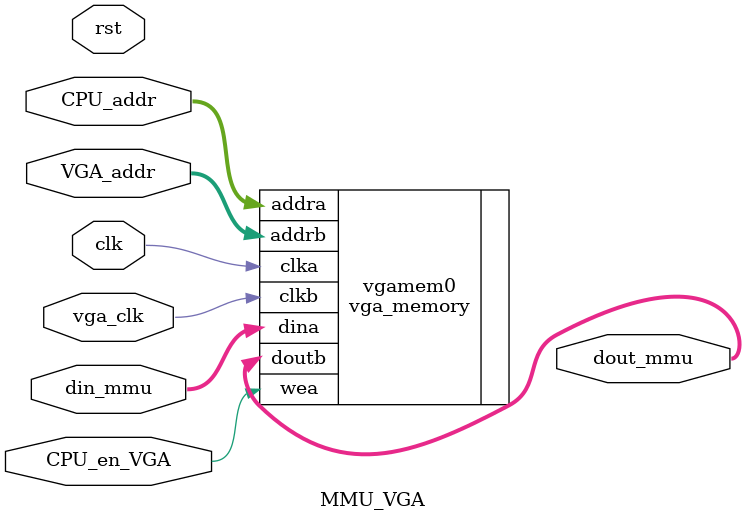
<source format=v>
`default_nettype none 
`timescale 1ns/ 10ps

module MMU_VGA(clk, rst, vga_clk, din_mmu, dout_mmu, CPU_en_VGA, CPU_addr, 
				VGA_addr);

		input wire clk, rst, vga_clk, CPU_en_VGA;

		input wire [10:0] CPU_addr, VGA_addr;
		input wire [23:0] din_mmu;

		output wire [23:0] dout_mmu;

	// single port ram with a size of 0x800 
	vga_memory vgamem0(
	.clka(clk),
	.dina(din_mmu),
	.addra(CPU_addr),
	.wea(CPU_en_VGA),
	.doutb(dout_mmu),
	.clkb(vga_clk),
	.addrb(VGA_addr));

endmodule

</source>
